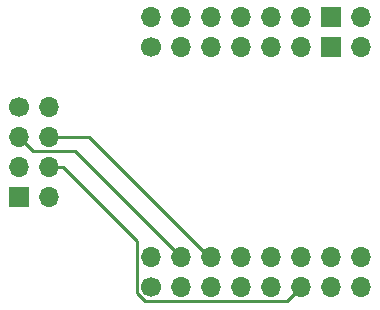
<source format=gtl>
G04 #@! TF.GenerationSoftware,KiCad,Pcbnew,7.0.9*
G04 #@! TF.CreationDate,2024-01-10T15:07:55+01:00*
G04 #@! TF.ProjectId,ESP32OrangeClock,45535033-324f-4726-916e-6765436c6f63,rev?*
G04 #@! TF.SameCoordinates,Original*
G04 #@! TF.FileFunction,Copper,L1,Top*
G04 #@! TF.FilePolarity,Positive*
%FSLAX46Y46*%
G04 Gerber Fmt 4.6, Leading zero omitted, Abs format (unit mm)*
G04 Created by KiCad (PCBNEW 7.0.9) date 2024-01-10 15:07:55*
%MOMM*%
%LPD*%
G01*
G04 APERTURE LIST*
G04 #@! TA.AperFunction,ComponentPad*
%ADD10C,1.700000*%
G04 #@! TD*
G04 #@! TA.AperFunction,ComponentPad*
%ADD11O,1.700000X1.700000*%
G04 #@! TD*
G04 #@! TA.AperFunction,ComponentPad*
%ADD12R,1.700000X1.700000*%
G04 #@! TD*
G04 #@! TA.AperFunction,Conductor*
%ADD13C,0.250000*%
G04 #@! TD*
G04 APERTURE END LIST*
D10*
X103605714Y-80147000D03*
D11*
X106145714Y-80147000D03*
X103605714Y-82687000D03*
X106145714Y-82687000D03*
X103605714Y-85227000D03*
X106145714Y-85227000D03*
D12*
X103605714Y-87767000D03*
D11*
X106145714Y-87767000D03*
D10*
X114781714Y-75057000D03*
D11*
X114781714Y-72517000D03*
X117321714Y-75057000D03*
X117321714Y-72517000D03*
X119861714Y-75057000D03*
X119861714Y-72517000D03*
X122401714Y-75057000D03*
X122401714Y-72517000D03*
X124941714Y-75057000D03*
X124941714Y-72517000D03*
X127481714Y-75057000D03*
X127481714Y-72517000D03*
D12*
X130021714Y-75057000D03*
X130021714Y-72517000D03*
D11*
X132561714Y-75057000D03*
X132561714Y-72517000D03*
D10*
X114781714Y-95377000D03*
D11*
X114781714Y-92837000D03*
X117321714Y-95377000D03*
X117321714Y-92837000D03*
X119861714Y-95377000D03*
X119861714Y-92837000D03*
X122401714Y-95377000D03*
X122401714Y-92837000D03*
X124941714Y-95377000D03*
X124941714Y-92837000D03*
X127481714Y-95377000D03*
X127481714Y-92837000D03*
X130021714Y-95377000D03*
X130021714Y-92837000D03*
X132561714Y-95377000D03*
X132561714Y-92837000D03*
D13*
X108346714Y-83862000D02*
X117321714Y-92837000D01*
X103605714Y-82687000D02*
X104780714Y-83862000D01*
X104780714Y-83862000D02*
X108346714Y-83862000D01*
X109530223Y-82687000D02*
X119680223Y-92837000D01*
X119680223Y-92837000D02*
X119861714Y-92837000D01*
X106145714Y-82687000D02*
X109530223Y-82687000D01*
X114303013Y-96560000D02*
X126298714Y-96560000D01*
X126298714Y-96560000D02*
X127481714Y-95377000D01*
X113606714Y-95863701D02*
X114303013Y-96560000D01*
X106145714Y-85227000D02*
X107347795Y-85227000D01*
X113606714Y-91485919D02*
X113606714Y-95863701D01*
X107347795Y-85227000D02*
X113606714Y-91485919D01*
M02*

</source>
